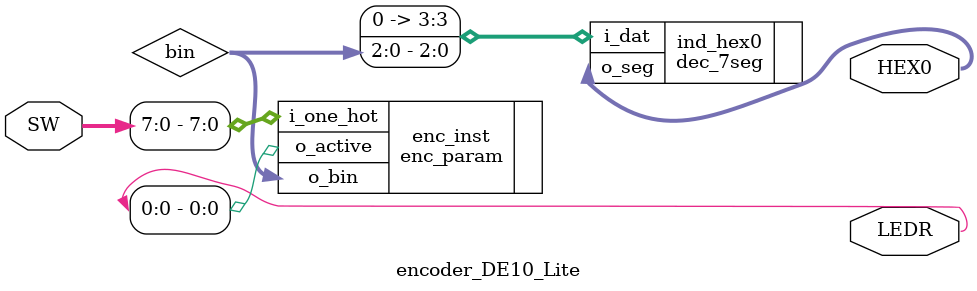
<source format=v>
module encoder_DE10_Lite (SW, HEX0, LEDR);

input   [9:0]   SW;
output  [9:0]   LEDR;
output  [6:0]   HEX0;

wire    [2:0]   bin;

enc_param #(.ONEHOT_WIDTH(8)) enc_inst(.i_one_hot (SW[7:0]), 
                                       .o_bin (bin),
                                       .o_active (LEDR[0])
                                      );

dec_7seg    ind_hex0(.i_dat ({1'b0, bin}), 
                     .o_seg (HEX0)
                    );

endmodule


</source>
